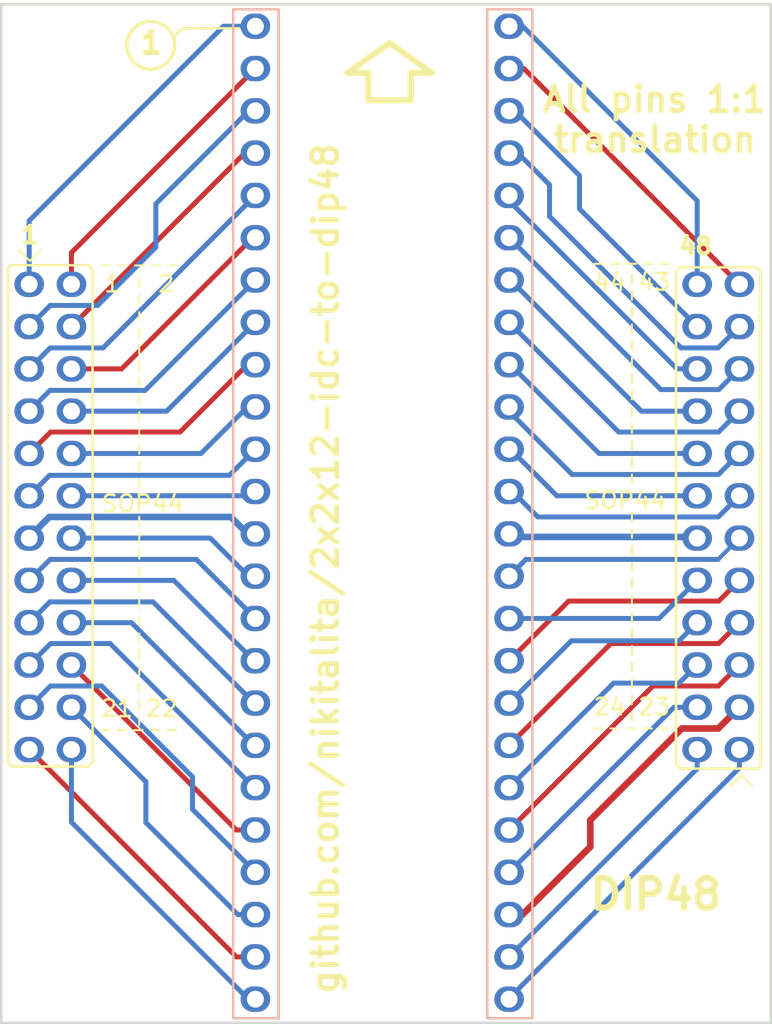
<source format=kicad_pcb>
(kicad_pcb (version 20211014) (generator pcbnew)
  (layers (0 "F.Cu" signal "Top Layer") (31 "B.Cu" signal "Bottom Layer") (34 "B.Paste" user "Bottom Paste") (35 "F.Paste" user "Top Paste") (36 "B.SilkS" user "Bottom Overlay") (37 "F.SilkS" user "Top Overlay") (38 "B.Mask" user "Bottom Solder") (39 "F.Mask" user "Top Solder") (44 "Edge.Cuts" user))
  (net 0 "")
  (net 1 "/TSOP_48")
  (net 2 "/TSOP_47")
  (net 3 "/TSOP_46")
  (net 4 "/TSOP_45")
  (net 5 "/TSOP_44")
  (net 6 "/TSOP_43")
  (net 7 "/TSOP_42")
  (net 8 "/TSOP_41")
  (net 9 "/TSOP_40")
  (net 10 "/TSOP_39")
  (net 11 "/TSOP_38")
  (net 12 "/TSOP_37")
  (net 13 "/TSOP_36")
  (net 14 "/TSOP_35")
  (net 15 "/TSOP_34")
  (net 16 "/TSOP_33")
  (net 17 "/TSOP_32")
  (net 18 "/TSOP_31")
  (net 19 "/TSOP_30")
  (net 20 "/TSOP_29")
  (net 21 "/TSOP_28")
  (net 22 "/TSOP_27")
  (net 23 "/TSOP_26")
  (net 24 "/TSOP_25")
  (net 25 "/TSOP_24")
  (net 26 "/TSOP_23")
  (net 27 "/TSOP_22")
  (net 28 "/TSOP_21")
  (net 29 "/TSOP_20")
  (net 30 "/TSOP_19")
  (net 31 "/TSOP_18")
  (net 32 "/TSOP_17")
  (net 33 "/TSOP_16")
  (net 34 "/TSOP_15")
  (net 35 "/TSOP_14")
  (net 36 "/TSOP_13")
  (net 37 "/TSOP_12")
  (net 38 "/TSOP_11")
  (net 39 "/TSOP_10")
  (net 40 "/TSOP_9")
  (net 41 "/TSOP_8")
  (net 42 "/TSOP_7")
  (net 43 "/TSOP_6")
  (net 44 "/TSOP_5")
  (net 45 "/TSOP_4")
  (net 46 "/TSOP_3")
  (net 47 "/TSOP_2")
  (net 48 "/TSOP_1")
  (footprint "lib:P2" (layer "F.Cu") (at 93.1291 92.8116)
    (fp_text reference "P2" hide)
    (fp_text value "Header 12X2" hide)
    (fp_line (start -3.81 -6.096) (end -3.683 -6.223) (layer "F.SilkS") (width 0.1524))
    (fp_line (start -3.683 -6.223) (end -2.794 -6.223) (layer "F.SilkS") (width 0.1524))
    (fp_line (start -3.81 23.622) (end -3.556 23.876) (layer "F.SilkS") (width 0.1524))
    (fp_line (start 1.016 23.876) (end 1.27 23.622) (layer "F.SilkS") (width 0.1524))
    (fp_line (start -2.794 -6.223) (end 1.016 -6.223) (layer "F.SilkS") (width 0.1524))
    (fp_line (start -3.556 23.876) (end 1.016 23.876) (layer "F.SilkS") (width 0.1524))
    (fp_line (start -3.81 23.622) (end -3.81 -5.207) (layer "F.SilkS") (width 0.1524))
    (fp_line (start -3.81 -5.207) (end -3.81 -6.096) (layer "F.SilkS") (width 0.1524))
    (fp_line (start 1.27 23.622) (end 1.27 -5.969) (layer "F.SilkS") (width 0.1524))
    (fp_line (start 1.016 -6.223) (end 1.27 -5.969) (layer "F.SilkS") (width 0.1524))
    (pad "1" thru_hole oval (at -2.54 -5.08) (size 1.778 1.524) (drill 1.016) (layers *.Cu *.Mask) (net 48 "/TSOP_1"))
    (pad "2" thru_hole oval (at 0 -5.08) (size 1.778 1.524) (drill 1.016) (layers *.Cu *.Mask) (net 47 "/TSOP_2"))
    (pad "3" thru_hole oval (at -2.54 -2.54) (size 1.778 1.524) (drill 1.016) (layers *.Cu *.Mask) (net 46 "/TSOP_3"))
    (pad "4" thru_hole oval (at 0 -2.54) (size 1.778 1.524) (drill 1.016) (layers *.Cu *.Mask) (net 45 "/TSOP_4"))
    (pad "5" thru_hole oval (at -2.54 0) (size 1.778 1.524) (drill 1.016) (layers *.Cu *.Mask) (net 44 "/TSOP_5"))
    (pad "6" thru_hole oval (at 0 0) (size 1.778 1.524) (drill 1.016) (layers *.Cu *.Mask) (net 43 "/TSOP_6"))
    (pad "7" thru_hole oval (at -2.54 2.54) (size 1.778 1.524) (drill 1.016) (layers *.Cu *.Mask) (net 42 "/TSOP_7"))
    (pad "8" thru_hole oval (at 0 2.54) (size 1.778 1.524) (drill 1.016) (layers *.Cu *.Mask) (net 41 "/TSOP_8"))
    (pad "9" thru_hole oval (at -2.54 5.08) (size 1.778 1.524) (drill 1.016) (layers *.Cu *.Mask) (net 40 "/TSOP_9"))
    (pad "10" thru_hole oval (at 0 5.08) (size 1.778 1.524) (drill 1.016) (layers *.Cu *.Mask) (net 39 "/TSOP_10"))
    (pad "11" thru_hole oval (at -2.54 7.62) (size 1.778 1.524) (drill 1.016) (layers *.Cu *.Mask) (net 38 "/TSOP_11"))
    (pad "12" thru_hole oval (at 0 7.62) (size 1.778 1.524) (drill 1.016) (layers *.Cu *.Mask) (net 37 "/TSOP_12"))
    (pad "13" thru_hole oval (at -2.54 10.16) (size 1.778 1.524) (drill 1.016) (layers *.Cu *.Mask) (net 36 "/TSOP_13"))
    (pad "14" thru_hole oval (at 0 10.16) (size 1.778 1.524) (drill 1.016) (layers *.Cu *.Mask) (net 35 "/TSOP_14"))
    (pad "15" thru_hole oval (at -2.54 12.7) (size 1.778 1.524) (drill 1.016) (layers *.Cu *.Mask) (net 34 "/TSOP_15"))
    (pad "16" thru_hole oval (at 0 12.7) (size 1.778 1.524) (drill 1.016) (layers *.Cu *.Mask) (net 33 "/TSOP_16"))
    (pad "17" thru_hole oval (at -2.54 15.24) (size 1.778 1.524) (drill 1.016) (layers *.Cu *.Mask) (net 32 "/TSOP_17"))
    (pad "18" thru_hole oval (at 0 15.24) (size 1.778 1.524) (drill 1.016) (layers *.Cu *.Mask) (net 31 "/TSOP_18"))
    (pad "19" thru_hole oval (at -2.54 17.78) (size 1.778 1.524) (drill 1.016) (layers *.Cu *.Mask) (net 30 "/TSOP_19"))
    (pad "20" thru_hole oval (at 0 17.78) (size 1.778 1.524) (drill 1.016) (layers *.Cu *.Mask) (net 29 "/TSOP_20"))
    (pad "21" thru_hole oval (at -2.54 20.32) (size 1.778 1.524) (drill 1.016) (layers *.Cu *.Mask) (net 28 "/TSOP_21"))
    (pad "22" thru_hole oval (at 0 20.32) (size 1.778 1.524) (drill 1.016) (layers *.Cu *.Mask) (net 27 "/TSOP_22"))
    (pad "23" thru_hole oval (at -2.54 22.86) (size 1.778 1.524) (drill 1.016) (layers *.Cu *.Mask) (net 26 "/TSOP_23"))
    (pad "24" thru_hole oval (at 0 22.86) (size 1.778 1.524) (drill 1.016) (layers *.Cu *.Mask) (net 25 "/TSOP_24"))
  )
  (footprint "lib:P3" (layer "F.Cu") (at 130.7211 110.5916 180)
    (fp_text reference "P3" hide)
    (fp_text value "Header 12X2" hide)
    (fp_line (start -3.81 -6.096) (end -3.81 -5.207) (layer "F.SilkS") (width 0.1524))
    (fp_line (start -3.556 23.876) (end -3.81 23.622) (layer "F.SilkS") (width 0.1524))
    (fp_line (start 1.016 -6.223) (end -2.794 -6.223) (layer "F.SilkS") (width 0.1524))
    (fp_line (start -3.81 -5.207) (end -3.81 23.622) (layer "F.SilkS") (width 0.1524))
    (fp_line (start -2.794 -6.223) (end -3.683 -6.223) (layer "F.SilkS") (width 0.1524))
    (fp_line (start 1.27 -5.969) (end 1.016 -6.223) (layer "F.SilkS") (width 0.1524))
    (fp_line (start 1.27 23.622) (end 1.016 23.876) (layer "F.SilkS") (width 0.1524))
    (fp_line (start 1.016 23.876) (end -3.556 23.876) (layer "F.SilkS") (width 0.1524))
    (fp_line (start 1.27 -5.969) (end 1.27 23.622) (layer "F.SilkS") (width 0.1524))
    (fp_line (start -3.683 -6.223) (end -3.81 -6.096) (layer "F.SilkS") (width 0.1524))
    (pad "1" thru_hole oval (at -2.54 -5.08 180) (size 1.778 1.524) (drill 1.016) (layers *.Cu *.Mask) (net 24 "/TSOP_25"))
    (pad "2" thru_hole oval (at 0 -5.08 180) (size 1.778 1.524) (drill 1.016) (layers *.Cu *.Mask) (net 23 "/TSOP_26"))
    (pad "3" thru_hole oval (at -2.54 -2.54 180) (size 1.778 1.524) (drill 1.016) (layers *.Cu *.Mask) (net 22 "/TSOP_27"))
    (pad "4" thru_hole oval (at 0 -2.54 180) (size 1.778 1.524) (drill 1.016) (layers *.Cu *.Mask) (net 21 "/TSOP_28"))
    (pad "5" thru_hole oval (at -2.54 0 180) (size 1.778 1.524) (drill 1.016) (layers *.Cu *.Mask) (net 20 "/TSOP_29"))
    (pad "6" thru_hole oval (at 0 0 180) (size 1.778 1.524) (drill 1.016) (layers *.Cu *.Mask) (net 19 "/TSOP_30"))
    (pad "7" thru_hole oval (at -2.54 2.54 180) (size 1.778 1.524) (drill 1.016) (layers *.Cu *.Mask) (net 18 "/TSOP_31"))
    (pad "8" thru_hole oval (at 0 2.54 180) (size 1.778 1.524) (drill 1.016) (layers *.Cu *.Mask) (net 17 "/TSOP_32"))
    (pad "9" thru_hole oval (at -2.54 5.08 180) (size 1.778 1.524) (drill 1.016) (layers *.Cu *.Mask) (net 16 "/TSOP_33"))
    (pad "10" thru_hole oval (at 0 5.08 180) (size 1.778 1.524) (drill 1.016) (layers *.Cu *.Mask) (net 15 "/TSOP_34"))
    (pad "11" thru_hole oval (at -2.54 7.62 180) (size 1.778 1.524) (drill 1.016) (layers *.Cu *.Mask) (net 14 "/TSOP_35"))
    (pad "12" thru_hole oval (at 0 7.62 180) (size 1.778 1.524) (drill 1.016) (layers *.Cu *.Mask) (net 13 "/TSOP_36"))
    (pad "13" thru_hole oval (at -2.54 10.16 180) (size 1.778 1.524) (drill 1.016) (layers *.Cu *.Mask) (net 12 "/TSOP_37"))
    (pad "14" thru_hole oval (at 0 10.16 180) (size 1.778 1.524) (drill 1.016) (layers *.Cu *.Mask) (net 11 "/TSOP_38"))
    (pad "15" thru_hole oval (at -2.54 12.7 180) (size 1.778 1.524) (drill 1.016) (layers *.Cu *.Mask) (net 10 "/TSOP_39"))
    (pad "16" thru_hole oval (at 0 12.7 180) (size 1.778 1.524) (drill 1.016) (layers *.Cu *.Mask) (net 9 "/TSOP_40"))
    (pad "17" thru_hole oval (at -2.54 15.24 180) (size 1.778 1.524) (drill 1.016) (layers *.Cu *.Mask) (net 8 "/TSOP_41"))
    (pad "18" thru_hole oval (at 0 15.24 180) (size 1.778 1.524) (drill 1.016) (layers *.Cu *.Mask) (net 7 "/TSOP_42"))
    (pad "19" thru_hole oval (at -2.54 17.78 180) (size 1.778 1.524) (drill 1.016) (layers *.Cu *.Mask) (net 6 "/TSOP_43"))
    (pad "20" thru_hole oval (at 0 17.78 180) (size 1.778 1.524) (drill 1.016) (layers *.Cu *.Mask) (net 5 "/TSOP_44"))
    (pad "21" thru_hole oval (at -2.54 20.32 180) (size 1.778 1.524) (drill 1.016) (layers *.Cu *.Mask) (net 4 "/TSOP_45"))
    (pad "22" thru_hole oval (at 0 20.32 180) (size 1.778 1.524) (drill 1.016) (layers *.Cu *.Mask) (net 3 "/TSOP_46"))
    (pad "23" thru_hole oval (at -2.54 22.86 180) (size 1.778 1.524) (drill 1.016) (layers *.Cu *.Mask) (net 2 "/TSOP_47"))
    (pad "24" thru_hole oval (at 0 22.86 180) (size 1.778 1.524) (drill 1.016) (layers *.Cu *.Mask) (net 1 "/TSOP_48"))
  )
  (footprint "lib:P1" (layer "B.Cu") (at 111.588 70.9127 180)
    (fp_text reference "P1" hide)
    (fp_text value "ZIF48" hide)
    (fp_poly (pts (xy -6.52 -0.31) (xy -9.23 -0.31) (xy -9.23 -60.889) (xy -6.52 -60.889)) (layer "B.SilkS") (width 0.1524) (fill none))
    (fp_poly (pts (xy 8.74 -60.889) (xy 6.01 -60.889) (xy 6.01 -0.31) (xy 8.74 -0.31)) (layer "B.SilkS") (width 0.1524) (fill none))
    (pad "1" thru_hole oval (at 7.407 -1.326 180) (size 1.778 1.524) (drill 1.016) (layers *.Cu *.Mask) (net 48 "/TSOP_1"))
    (pad "2" thru_hole oval (at 7.407 -3.866 180) (size 1.778 1.524) (drill 1.016) (layers *.Cu *.Mask) (net 47 "/TSOP_2"))
    (pad "3" thru_hole oval (at 7.407 -6.406 180) (size 1.778 1.524) (drill 1.016) (layers *.Cu *.Mask) (net 46 "/TSOP_3"))
    (pad "4" thru_hole oval (at 7.407 -8.946 180) (size 1.778 1.524) (drill 1.016) (layers *.Cu *.Mask) (net 45 "/TSOP_4"))
    (pad "5" thru_hole oval (at 7.407 -11.486 180) (size 1.778 1.524) (drill 1.016) (layers *.Cu *.Mask) (net 44 "/TSOP_5"))
    (pad "6" thru_hole oval (at 7.407 -14.026 180) (size 1.778 1.524) (drill 1.016) (layers *.Cu *.Mask) (net 43 "/TSOP_6"))
    (pad "7" thru_hole oval (at 7.407 -16.566 180) (size 1.778 1.524) (drill 1.016) (layers *.Cu *.Mask) (net 42 "/TSOP_7"))
    (pad "8" thru_hole oval (at 7.407 -19.106 180) (size 1.778 1.524) (drill 1.016) (layers *.Cu *.Mask) (net 41 "/TSOP_8"))
    (pad "9" thru_hole oval (at 7.407 -21.646 180) (size 1.778 1.524) (drill 1.016) (layers *.Cu *.Mask) (net 40 "/TSOP_9"))
    (pad "10" thru_hole oval (at 7.407 -24.186 180) (size 1.778 1.524) (drill 1.016) (layers *.Cu *.Mask) (net 39 "/TSOP_10"))
    (pad "11" thru_hole oval (at 7.407 -26.726 180) (size 1.778 1.524) (drill 1.016) (layers *.Cu *.Mask) (net 38 "/TSOP_11"))
    (pad "12" thru_hole oval (at 7.407 -29.266 180) (size 1.778 1.524) (drill 1.016) (layers *.Cu *.Mask) (net 37 "/TSOP_12"))
    (pad "13" thru_hole oval (at 7.407 -31.806 180) (size 1.778 1.524) (drill 1.016) (layers *.Cu *.Mask) (net 36 "/TSOP_13"))
    (pad "14" thru_hole oval (at 7.407 -34.346 180) (size 1.778 1.524) (drill 1.016) (layers *.Cu *.Mask) (net 35 "/TSOP_14"))
    (pad "15" thru_hole oval (at 7.407 -36.886 180) (size 1.778 1.524) (drill 1.016) (layers *.Cu *.Mask) (net 34 "/TSOP_15"))
    (pad "16" thru_hole oval (at 7.407 -39.426 180) (size 1.778 1.524) (drill 1.016) (layers *.Cu *.Mask) (net 33 "/TSOP_16"))
    (pad "17" thru_hole oval (at 7.407 -41.966 180) (size 1.778 1.524) (drill 1.016) (layers *.Cu *.Mask) (net 32 "/TSOP_17"))
    (pad "18" thru_hole oval (at 7.407 -44.506 180) (size 1.778 1.524) (drill 1.016) (layers *.Cu *.Mask) (net 31 "/TSOP_18"))
    (pad "19" thru_hole oval (at 7.407 -47.046 180) (size 1.778 1.524) (drill 1.016) (layers *.Cu *.Mask) (net 30 "/TSOP_19"))
    (pad "20" thru_hole oval (at 7.407 -49.586 180) (size 1.778 1.524) (drill 1.016) (layers *.Cu *.Mask) (net 29 "/TSOP_20"))
    (pad "21" thru_hole oval (at 7.407 -52.126) (size 1.778 1.524) (drill 1.016) (layers *.Cu *.Mask) (net 28 "/TSOP_21"))
    (pad "22" thru_hole oval (at 7.407 -54.666) (size 1.778 1.524) (drill 1.016) (layers *.Cu *.Mask) (net 27 "/TSOP_22"))
    (pad "23" thru_hole oval (at 7.407 -57.206) (size 1.778 1.524) (drill 1.016) (layers *.Cu *.Mask) (net 26 "/TSOP_23"))
    (pad "24" thru_hole oval (at 7.407 -59.746) (size 1.778 1.524) (drill 1.016) (layers *.Cu *.Mask) (net 25 "/TSOP_24"))
    (pad "25" thru_hole oval (at -7.833 -59.746 180) (size 1.778 1.524) (drill 1.016) (layers *.Cu *.Mask) (net 24 "/TSOP_25"))
    (pad "26" thru_hole oval (at -7.833 -57.206 180) (size 1.778 1.524) (drill 1.016) (layers *.Cu *.Mask) (net 23 "/TSOP_26"))
    (pad "27" thru_hole oval (at -7.833 -54.666 180) (size 1.778 1.524) (drill 1.016) (layers *.Cu *.Mask) (net 22 "/TSOP_27"))
    (pad "28" thru_hole oval (at -7.833 -52.126 180) (size 1.778 1.524) (drill 1.016) (layers *.Cu *.Mask) (net 21 "/TSOP_28"))
    (pad "29" thru_hole oval (at -7.833 -49.586 180) (size 1.778 1.524) (drill 1.016) (layers *.Cu *.Mask) (net 20 "/TSOP_29"))
    (pad "30" thru_hole oval (at -7.833 -47.046 180) (size 1.778 1.524) (drill 1.016) (layers *.Cu *.Mask) (net 19 "/TSOP_30"))
    (pad "31" thru_hole oval (at -7.833 -44.506 180) (size 1.778 1.524) (drill 1.016) (layers *.Cu *.Mask) (net 18 "/TSOP_31"))
    (pad "32" thru_hole oval (at -7.833 -41.966 180) (size 1.778 1.524) (drill 1.016) (layers *.Cu *.Mask) (net 17 "/TSOP_32"))
    (pad "33" thru_hole oval (at -7.833 -39.426 180) (size 1.778 1.524) (drill 1.016) (layers *.Cu *.Mask) (net 16 "/TSOP_33"))
    (pad "34" thru_hole oval (at -7.833 -36.886 180) (size 1.778 1.524) (drill 1.016) (layers *.Cu *.Mask) (net 15 "/TSOP_34"))
    (pad "35" thru_hole oval (at -7.833 -34.346 180) (size 1.778 1.524) (drill 1.016) (layers *.Cu *.Mask) (net 14 "/TSOP_35"))
    (pad "36" thru_hole oval (at -7.833 -31.806 180) (size 1.778 1.524) (drill 1.016) (layers *.Cu *.Mask) (net 13 "/TSOP_36"))
    (pad "37" thru_hole oval (at -7.833 -29.266 180) (size 1.778 1.524) (drill 1.016) (layers *.Cu *.Mask) (net 12 "/TSOP_37"))
    (pad "38" thru_hole oval (at -7.833 -26.726 180) (size 1.778 1.524) (drill 1.016) (layers *.Cu *.Mask) (net 11 "/TSOP_38"))
    (pad "39" thru_hole oval (at -7.833 -24.186 180) (size 1.778 1.524) (drill 1.016) (layers *.Cu *.Mask) (net 10 "/TSOP_39"))
    (pad "40" thru_hole oval (at -7.833 -21.646 180) (size 1.778 1.524) (drill 1.016) (layers *.Cu *.Mask) (net 9 "/TSOP_40"))
    (pad "41" thru_hole oval (at -7.833 -19.106 180) (size 1.778 1.524) (drill 1.016) (layers *.Cu *.Mask) (net 8 "/TSOP_41"))
    (pad "42" thru_hole oval (at -7.833 -16.566 180) (size 1.778 1.524) (drill 1.016) (layers *.Cu *.Mask) (net 7 "/TSOP_42"))
    (pad "43" thru_hole oval (at -7.833 -14.026 180) (size 1.778 1.524) (drill 1.016) (layers *.Cu *.Mask) (net 6 "/TSOP_43"))
    (pad "44" thru_hole oval (at -7.833 -11.486 180) (size 1.778 1.524) (drill 1.016) (layers *.Cu *.Mask) (net 5 "/TSOP_44"))
    (pad "45" thru_hole oval (at -7.833 -8.946 180) (size 1.778 1.524) (drill 1.016) (layers *.Cu *.Mask) (net 4 "/TSOP_45"))
    (pad "46" thru_hole oval (at -7.833 -6.406 180) (size 1.778 1.524) (drill 1.016) (layers *.Cu *.Mask) (net 3 "/TSOP_46"))
    (pad "47" thru_hole oval (at -7.833 -3.866 180) (size 1.778 1.524) (drill 1.016) (layers *.Cu *.Mask) (net 2 "/TSOP_47"))
    (pad "48" thru_hole oval (at -7.833 -1.326 180) (size 1.778 1.524) (drill 1.016) (layers *.Cu *.Mask) (net 1 "/TSOP_48"))
  )
  (gr_line (start 125.5011 114.4036) (end 126.0011 114.4036) (layer "F.SilkS") (width 0.12))
  (gr_line (start 97.9011 114.5036) (end 98.4011 114.5036) (layer "F.SilkS") (width 0.12))
  (gr_line (start 94.9011 114.5036) (end 95.4011 114.5036) (layer "F.SilkS") (width 0.12))
  (gr_line (start 97.2011 89.9036) (end 97.2011 89.4036) (layer "F.SilkS") (width 0.12))
  (gr_line (start 126.8011 104.9536) (end 126.8011 104.4536) (layer "F.SilkS") (width 0.12))
  (gr_line (start 96.9511 86.6036) (end 97.4511 86.6036) (layer "F.SilkS") (width 0.12))
  (gr_line (start 97.2011 98.9036) (end 97.2011 98.4036) (layer "F.SilkS") (width 0.12))
  (gr_line (start 97.2011 114.2036) (end 97.2011 113.7036) (layer "F.SilkS") (width 0.12))
  (gr_line (start 113.510009 76.6826) (end 113.510009 75.0316) (layer "F.SilkS") (width 0.1524))
  (gr_line (start 113.510009 76.6826) (end 113.510009 75.0316) (layer "F.SilkS") (width 0.381))
  (gr_line (start 109.700009 75.0316) (end 110.970009 75.0316) (layer "F.SilkS") (width 0.1524))
  (gr_line (start 100.683009 72.3646) (end 103.2011 72.3646) (layer "F.SilkS") (width 0.1524))
  (gr_line (start 109.700009 75.0316) (end 112.240009 73.2536) (layer "F.SilkS") (width 0.1524))
  (gr_line (start 132.7011 117.8836) (end 133.3711 117.2136) (layer "F.SilkS") (width 0.12))
  (gr_line (start 97.2011 91.9036) (end 97.2011 91.4036) (layer "F.SilkS") (width 0.12))
  (gr_line (start 97.2011 111.2036) (end 97.2011 110.7036) (layer "F.SilkS") (width 0.12))
  (gr_line (start 97.2011 109.2036) (end 97.2011 108.7036) (layer "F.SilkS") (width 0.12))
  (gr_line (start 97.2011 93.9036) (end 97.2011 93.4036) (layer "F.SilkS") (width 0.12))
  (gr_line (start 97.2011 102.2036) (end 97.2011 101.7036) (layer "F.SilkS") (width 0.12))
  (gr_line (start 134.0411 117.8836) (end 133.3711 117.2136) (layer "F.SilkS") (width 0.12))
  (gr_line (start 109.700009 75.0316) (end 112.240009 73.2536) (layer "F.SilkS") (width 0.381))
  (gr_line (start 97.2011 87.9036) (end 97.2011 87.4036) (layer "F.SilkS") (width 0.12))
  (gr_line (start 97.9511 86.6036) (end 98.4511 86.6036) (layer "F.SilkS") (width 0.12))
  (gr_line (start 97.2011 94.9036) (end 97.2011 94.4036) (layer "F.SilkS") (width 0.12))
  (gr_line (start 126.8011 87.6536) (end 126.8011 87.1536) (layer "F.SilkS") (width 0.12))
  (gr_line (start 126.8011 93.6536) (end 126.8011 93.1536) (layer "F.SilkS") (width 0.12))
  (gr_line (start 97.2011 99.9036) (end 97.2011 99.4036) (layer "F.SilkS") (width 0.12))
  (gr_line (start 126.8011 111.9536) (end 126.8011 111.4536) (layer "F.SilkS") (width 0.12))
  (gr_line (start 113.510009 75.0316) (end 114.780009 75.0316) (layer "F.SilkS") (width 0.1524))
  (gr_line (start 127.5011 114.4036) (end 128.0011 114.4036) (layer "F.SilkS") (width 0.12))
  (gr_line (start 126.8011 105.9536) (end 126.8011 105.4536) (layer "F.SilkS") (width 0.12))
  (gr_line (start 113.383009 76.6826) (end 113.510009 76.6826) (layer "F.SilkS") (width 0.1524))
  (gr_line (start 98.9011 114.5036) (end 99.4011 114.5036) (layer "F.SilkS") (width 0.12))
  (gr_line (start 126.5011 114.4036) (end 127.0011 114.4036) (layer "F.SilkS") (width 0.12))
  (gr_line (start 110.970009 76.6826) (end 110.970009 75.0316) (layer "F.SilkS") (width 0.1524))
  (gr_line (start 126.8011 98.6536) (end 126.8011 98.1536) (layer "F.SilkS") (width 0.12))
  (gr_line (start 99.794009 72.3646) (end 100.683009 72.3646) (layer "F.SilkS") (width 0.1524))
  (gr_line (start 126.8011 90.6536) (end 126.8011 90.1536) (layer "F.SilkS") (width 0.12))
  (gr_line (start 97.2011 97.9036) (end 97.2011 97.4036) (layer "F.SilkS") (width 0.12))
  (gr_line (start 126.8011 92.6536) (end 126.8011 92.1536) (layer "F.SilkS") (width 0.12))
  (gr_line (start 89.9611 85.6636) (end 90.6311 86.3336) (layer "F.SilkS") (width 0.12))
  (gr_line (start 97.2011 107.2036) (end 97.2011 106.7036) (layer "F.SilkS") (width 0.12))
  (gr_line (start 112.240009 73.2536) (end 114.780009 75.0316) (layer "F.SilkS") (width 0.381))
  (gr_line (start 94.9511 86.6036) (end 95.4511 86.6036) (layer "F.SilkS") (width 0.12))
  (gr_line (start 113.510009 75.0316) (end 114.780009 75.0316) (layer "F.SilkS") (width 0.381))
  (gr_line (start 126.8011 109.9536) (end 126.8011 109.4536) (layer "F.SilkS") (width 0.12))
  (gr_line (start 126.8011 110.9536) (end 126.8011 110.4536) (layer "F.SilkS") (width 0.12))
  (gr_line (start 99.325887 72.832773) (end 99.794009 72.3646) (layer "F.SilkS") (width 0.1524))
  (gr_circle (center 97.889024 73.3806) (end 97.889024 71.943747) (layer "F.SilkS") (width 0.2032) (fill none))
  (gr_line (start 97.2011 104.2036) (end 97.2011 103.7036) (layer "F.SilkS") (width 0.12))
  (gr_line (start 126.8011 106.9536) (end 126.8011 106.4536) (layer "F.SilkS") (width 0.12))
  (gr_line (start 126.8011 91.6536) (end 126.8011 91.1536) (layer "F.SilkS") (width 0.12))
  (gr_line (start 110.970009 76.6826) (end 110.970009 75.0316) (layer "F.SilkS") (width 0.381))
  (gr_line (start 97.2011 96.9036) (end 97.2011 96.4036) (layer "F.SilkS") (width 0.12))
  (gr_line (start 124.5511 86.5036) (end 125.0511 86.5036) (layer "F.SilkS") (width 0.12))
  (gr_line (start 97.2011 95.9036) (end 97.2011 95.4036) (layer "F.SilkS") (width 0.12))
  (gr_line (start 97.2011 110.2036) (end 97.2011 109.7036) (layer "F.SilkS") (width 0.12))
  (gr_line (start 126.5511 86.5036) (end 127.0511 86.5036) (layer "F.SilkS") (width 0.12))
  (gr_line (start 126.8011 113.9536) (end 126.8011 113.4536) (layer "F.SilkS") (width 0.12))
  (gr_line (start 128.5511 86.5036) (end 129.0511 86.5036) (layer "F.SilkS") (width 0.12))
  (gr_line (start 127.5511 86.5036) (end 128.0511 86.5036) (layer "F.SilkS") (width 0.12))
  (gr_line (start 126.8011 101.9536) (end 126.8011 101.4536) (layer "F.SilkS") (width 0.12))
  (gr_line (start 126.8011 99.6536) (end 126.8011 99.1536) (layer "F.SilkS") (width 0.12))
  (gr_line (start 97.2011 106.2036) (end 97.2011 105.7036) (layer "F.SilkS") (width 0.12))
  (gr_line (start 95.9511 86.6036) (end 96.4511 86.6036) (layer "F.SilkS") (width 0.12))
  (gr_line (start 95.9011 114.5036) (end 96.4011 114.5036) (layer "F.SilkS") (width 0.12))
  (gr_line (start 126.8011 107.9536) (end 126.8011 107.4536) (layer "F.SilkS") (width 0.12))
  (gr_line (start 110.970009 76.6826) (end 113.510009 76.6826) (layer "F.SilkS") (width 0.381))
  (gr_line (start 97.2011 92.9036) (end 97.2011 92.4036) (layer "F.SilkS") (width 0.12))
  (gr_line (start 97.2011 108.2036) (end 97.2011 107.7036) (layer "F.SilkS") (width 0.12))
  (gr_line (start 126.8011 88.6536) (end 126.8011 88.1536) (layer "F.SilkS") (width 0.12))
  (gr_line (start 97.2011 105.2036) (end 97.2011 104.7036) (layer "F.SilkS") (width 0.12))
  (gr_line (start 126.8011 96.6536) (end 126.8011 96.1536) (layer "F.SilkS") (width 0.12))
  (gr_line (start 97.2011 113.2036) (end 97.2011 112.7036) (layer "F.SilkS") (width 0.12))
  (gr_line (start 112.240009 73.2536) (end 114.780009 75.0316) (layer "F.SilkS") (width 0.1524))
  (gr_line (start 99.325887 73.3806) (end 99.325887 72.832773) (layer "F.SilkS") (width 0.1524))
  (gr_line (start 97.2011 90.9036) (end 97.2011 90.4036) (layer "F.SilkS") (width 0.12))
  (gr_line (start 110.970009 76.6826) (end 113.383009 76.6826) (layer "F.SilkS") (width 0.1524))
  (gr_line (start 125.5511 86.5036) (end 126.0511 86.5036) (layer "F.SilkS") (width 0.12))
  (gr_line (start 126.8011 112.9536) (end 126.8011 112.4536) (layer "F.SilkS") (width 0.12))
  (gr_line (start 98.9511 86.6036) (end 99.4511 86.6036) (layer "F.SilkS") (width 0.12))
  (gr_line (start 97.2011 112.2036) (end 97.2011 111.7036) (layer "F.SilkS") (width 0.12))
  (gr_line (start 97.2011 103.2036) (end 97.2011 102.7036) (layer "F.SilkS") (width 0.12))
  (gr_line (start 124.5011 114.4036) (end 125.0011 114.4036) (layer "F.SilkS") (width 0.12))
  (gr_line (start 96.9011 114.5036) (end 97.4011 114.5036) (layer "F.SilkS") (width 0.12))
  (gr_line (start 126.8011 108.9536) (end 126.8011 108.4536) (layer "F.SilkS") (width 0.12))
  (gr_line (start 126.8011 102.9536) (end 126.8011 102.4536) (layer "F.SilkS") (width 0.12))
  (gr_line (start 126.8011 97.6536) (end 126.8011 97.1536) (layer "F.SilkS") (width 0.12))
  (gr_line (start 91.3011 85.6636) (end 90.6311 86.3336) (layer "F.SilkS") (width 0.12))
  (gr_line (start 128.5011 114.4036) (end 129.0011 114.4036) (layer "F.SilkS") (width 0.12))
  (gr_line (start 109.700009 75.0316) (end 110.970009 75.0316) (layer "F.SilkS") (width 0.381))
  (gr_line (start 126.8011 94.6536) (end 126.8011 94.1536) (layer "F.SilkS") (width 0.12))
  (gr_line (start 97.2011 88.9036) (end 97.2011 88.4036) (layer "F.SilkS") (width 0.12))
  (gr_line (start 126.8011 95.6536) (end 126.8011 95.1536) (layer "F.SilkS") (width 0.12))
  (gr_line (start 126.8011 103.9536) (end 126.8011 103.4536) (layer "F.SilkS") (width 0.12))
  (gr_line (start 126.8011 89.6536) (end 126.8011 89.1536) (layer "F.SilkS") (width 0.12))
  (gr_poly (pts (xy 88.9127 132.077709) (xy 88.9127 70.920909) (xy 135.1407 70.920909) (xy 135.1407 132.077709)) (layer "Edge.Cuts") (width 0.1524) (fill none))
  (gr_text "1" (at 97.1011 73.9836) (layer "F.SilkS") (effects (font (size 1.27 1.27) (thickness 0.381)) (justify left bottom)))
  (gr_text "21 22" (at 97.2011 113.2036) (layer "F.SilkS") (effects (font (size 1 1))))
  (gr_text "github.com/nikitalita/2x2x12-idc-to-dip48" (at 108.3811 104.7936 90) (layer "F.SilkS") (effects (font (size 1.5 1.5) (thickness 0.3))))
  (gr_text "48" (at 130.6311 85.4336) (layer "F.SilkS") (effects (font (size 1 1) (thickness 0.25))))
  (gr_text "24 23" (at 126.8011 113.1036) (layer "F.SilkS") (effects (font (size 1 1))))
  (gr_text "1   2" (at 97.2011 87.7036) (layer "F.SilkS") (effects (font (size 1 1))))
  (gr_text "44 43" (at 126.8011 87.6036) (layer "F.SilkS") (effects (font (size 1 1))))
  (gr_text "DIP48" (at 124.1011 125.4036) (layer "F.SilkS") (effects (font (size 1.778 1.778) (thickness 0.381)) (justify left bottom)))
  (gr_text "SOP44" (at 126.4011 100.7036) (layer "F.SilkS") (effects (font (size 1 1))))
  (gr_text "All pins 1:1\ntranslation" (at 128.1711 77.8336) (layer "F.SilkS") (effects (font (size 1.5 1.5) (thickness 0.3))))
  (gr_text "SOP44" (at 97.4011 100.9036) (layer "F.SilkS") (effects (font (size 1 1))))
  (gr_text "1" (at 90.6311 84.7736) (layer "F.SilkS") (effects (font (size 1 1) (thickness 0.25))))
  (segment (start 130.7211 87.7316) (end 130.7211 82.7236) (width 0.3) (layer "B.Cu") (net 1))
  (segment (start 130.7211 82.7236) (end 120.2362 72.2387) (width 0.3) (layer "B.Cu") (net 1))
  (segment (start 120.2362 72.2387) (end 119.421 72.2387) (width 0.3) (layer "B.Cu") (net 1))
  (segment (start 133.2611 87.7316) (end 120.3082 74.7787) (width 0.3) (layer "F.Cu") (net 2))
  (segment (start 120.3082 74.7787) (end 119.421 74.7787) (width 0.3) (layer "F.Cu") (net 2))
  (segment (start 123.6511 81.2036) (end 119.7662 77.3187) (width 0.3) (layer "B.Cu") (net 3))
  (segment (start 123.6511 83.2016) (end 123.6511 81.2036) (width 0.3) (layer "B.Cu") (net 3))
  (segment (start 119.7662 77.3187) (end 119.421 77.3187) (width 0.3) (layer "B.Cu") (net 3))
  (segment (start 130.7211 90.2716) (end 123.6511 83.2016) (width 0.3) (layer "B.Cu") (net 3))
  (segment (start 119.9562 79.8587) (end 119.421 79.8587) (width 0.3) (layer "B.Cu") (net 4))
  (segment (start 121.8511 81.7536) (end 119.9562 79.8587) (width 0.3) (layer "B.Cu") (net 4))
  (segment (start 129.7511 91.5536) (end 121.8511 83.6536) (width 0.3) (layer "B.Cu") (net 4))
  (segment (start 131.9791 91.5536) (end 129.7511 91.5536) (width 0.3) (layer "B.Cu") (net 4))
  (segment (start 133.2611 90.2716) (end 131.9791 91.5536) (width 0.3) (layer "B.Cu") (net 4))
  (segment (start 121.8511 83.6536) (end 121.8511 81.7536) (width 0.3) (layer "B.Cu") (net 4))
  (segment (start 119.421 82.7258) (end 119.421 82.3987) (width 0.3) (layer "B.Cu") (net 5))
  (segment (start 129.5068 92.8116) (end 119.421 82.7258) (width 0.3) (layer "B.Cu") (net 5))
  (segment (start 130.7211 92.8116) (end 129.5068 92.8116) (width 0.3) (layer "B.Cu") (net 5))
  (segment (start 128.5359 94.0536) (end 119.421 84.9387) (width 0.3) (layer "B.Cu") (net 6))
  (segment (start 132.0191 94.0536) (end 128.5359 94.0536) (width 0.3) (layer "B.Cu") (net 6))
  (segment (start 133.2611 92.8116) (end 132.0191 94.0536) (width 0.3) (layer "B.Cu") (net 6))
  (segment (start 127.3707 95.3516) (end 119.4978 87.4787) (width 0.3) (layer "B.Cu") (net 7))
  (segment (start 130.7211 95.3516) (end 127.3707 95.3516) (width 0.3) (layer "B.Cu") (net 7))
  (segment (start 119.4978 87.4787) (end 119.421 87.4787) (width 0.3) (layer "B.Cu") (net 7))
  (segment (start 133.2611 95.3516) (end 132.0091 96.6036) (width 0.3) (layer "B.Cu") (net 8))
  (segment (start 126.0059 96.6036) (end 119.421 90.0187) (width 0.3) (layer "B.Cu") (net 8))
  (segment (start 132.0091 96.6036) (end 126.0059 96.6036) (width 0.3) (layer "B.Cu") (net 8))
  (segment (start 119.4978 92.5587) (end 119.421 92.5587) (width 0.3) (layer "B.Cu") (net 9))
  (segment (start 124.8307 97.8916) (end 119.4978 92.5587) (width 0.3) (layer "B.Cu") (net 9))
  (segment (start 130.7211 97.8916) (end 124.8307 97.8916) (width 0.3) (layer "B.Cu") (net 9))
  (segment (start 123.2124 99.1536) (end 119.421 95.3622) (width 0.3) (layer "B.Cu") (net 10))
  (segment (start 133.2611 97.8916) (end 131.9991 99.1536) (width 0.3) (layer "B.Cu") (net 10))
  (segment (start 119.421 95.3622) (end 119.421 95.0987) (width 0.3) (layer "B.Cu") (net 10))
  (segment (start 131.9991 99.1536) (end 123.2124 99.1536) (width 0.3) (layer "B.Cu") (net 10))
  (segment (start 122.2907 100.4316) (end 119.4978 97.6387) (width 0.3) (layer "B.Cu") (net 11))
  (segment (start 130.7211 100.4316) (end 122.2907 100.4316) (width 0.3) (layer "B.Cu") (net 11))
  (segment (start 119.4978 97.6387) (end 119.421 97.6387) (width 0.3) (layer "B.Cu") (net 11))
  (segment (start 131.9891 101.7036) (end 121.1511 101.7036) (width 0.3) (layer "B.Cu") (net 12))
  (segment (start 119.6262 100.1787) (end 119.421 100.1787) (width 0.3) (layer "B.Cu") (net 12))
  (segment (start 121.1511 101.7036) (end 119.6262 100.1787) (width 0.3) (layer "B.Cu") (net 12))
  (segment (start 133.2611 100.4316) (end 131.9891 101.7036) (width 0.3) (layer "B.Cu") (net 12))
  (segment (start 119.6059 102.9036) (end 119.421 102.7187) (width 0.4) (layer "B.Cu") (net 13))
  (segment (start 130.7211 102.9716) (end 130.4682 102.7187) (width 0.25) (layer "B.Cu") (net 13))
  (segment (start 130.2833 102.9036) (end 119.6059 102.9036) (width 0.4) (layer "B.Cu") (net 13))
  (segment (start 130.4682 102.7187) (end 130.2833 102.9036) (width 0.4) (layer "B.Cu") (net 13))
  (segment (start 120.4261 104.2536) (end 119.421 105.2587) (width 0.3) (layer "B.Cu") (net 14))
  (segment (start 131.9791 104.2536) (end 120.4261 104.2536) (width 0.3) (layer "B.Cu") (net 14))
  (segment (start 133.2611 102.9716) (end 131.9791 104.2536) (width 0.25) (layer "B.Cu") (net 14))
  (segment (start 130.7211 105.5116) (end 128.434 107.7987) (width 0.3) (layer "B.Cu") (net 15))
  (segment (start 128.434 107.7987) (end 119.421 107.7987) (width 0.3) (layer "B.Cu") (net 15))
  (segment (start 123.0061 106.7536) (end 119.421 110.3387) (width 0.3) (layer "F.Cu") (net 16))
  (segment (start 133.2611 105.5116) (end 132.0191 106.7536) (width 0.3) (layer "F.Cu") (net 16))
  (segment (start 132.0191 106.7536) (end 123.0061 106.7536) (width 0.3) (layer "F.Cu") (net 16))
  (segment (start 123.1608 109.1389) (end 119.421 112.8787) (width 0.3) (layer "B.Cu") (net 17))
  (segment (start 129.6338 109.1389) (end 123.1608 109.1389) (width 0.3) (layer "B.Cu") (net 17))
  (segment (start 130.7211 108.0516) (end 129.6338 109.1389) (width 0.3) (layer "B.Cu") (net 17))
  (segment (start 125.5361 109.3036) (end 119.421 115.4187) (width 0.3) (layer "F.Cu") (net 18))
  (segment (start 133.2611 108.0516) (end 132.0091 109.3036) (width 0.3) (layer "F.Cu") (net 18))
  (segment (start 132.0091 109.3036) (end 125.5361 109.3036) (width 0.3) (layer "F.Cu") (net 18))
  (segment (start 130.7211 110.5916) (end 129.6338 111.6789) (width 0.3) (layer "B.Cu") (net 19))
  (segment (start 125.7008 111.6789) (end 119.421 117.9587) (width 0.3) (layer "B.Cu") (net 19))
  (segment (start 129.6338 111.6789) (end 125.7008 111.6789) (width 0.3) (layer "B.Cu") (net 19))
  (segment (start 131.9991 111.8536) (end 128.0661 111.8536) (width 0.3) (layer "F.Cu") (net 20))
  (segment (start 128.0661 111.8536) (end 119.421 120.4987) (width 0.3) (layer "F.Cu") (net 20))
  (segment (start 133.2611 110.5916) (end 131.9991 111.8536) (width 0.3) (layer "F.Cu") (net 20))
  (segment (start 129.3281 113.1316) (end 119.421 123.0387) (width 0.3) (layer "B.Cu") (net 21))
  (segment (start 130.7211 113.1316) (end 129.3281 113.1316) (width 0.3) (layer "B.Cu") (net 21))
  (segment (start 124.3011 121.5036) (end 120.226 125.5787) (width 0.4) (layer "F.Cu") (net 22))
  (segment (start 120.226 125.5787) (end 119.421 125.5787) (width 0.4) (layer "F.Cu") (net 22))
  (segment (start 131.9891 114.4036) (end 129.8011 114.4036) (width 0.4) (layer "F.Cu") (net 22))
  (segment (start 133.2611 113.1316) (end 131.9891 114.4036) (width 0.4) (layer "F.Cu") (net 22))
  (segment (start 124.3011 119.9036) (end 124.3011 121.5036) (width 0.4) (layer "F.Cu") (net 22))
  (segment (start 129.8011 114.4036) (end 124.3011 119.9036) (width 0.4) (layer "F.Cu") (net 22))
  (segment (start 130.7211 116.8186) (end 119.421 128.1187) (width 0.3) (layer "B.Cu") (net 23))
  (segment (start 130.7211 115.6716) (end 130.7211 116.8186) (width 0.3) (layer "B.Cu") (net 23))
  (segment (start 119.421 130.599) (end 119.421 130.6587) (width 0.3) (layer "B.Cu") (net 24))
  (segment (start 133.2611 116.7589) (end 119.421 130.599) (width 0.3) (layer "B.Cu") (net 24))
  (segment (start 133.2611 115.6716) (end 133.2611 116.7589) (width 0.3) (layer "B.Cu") (net 24))
  (segment (start 93.1291 120.0316) (end 103.7562 130.6587) (width 0.3) (layer "B.Cu") (net 25))
  (segment (start 103.7562 130.6587) (end 104.181 130.6587) (width 0.3) (layer "B.Cu") (net 25))
  (segment (start 93.1291 115.6716) (end 93.1291 120.0316) (width 0.3) (layer "B.Cu") (net 25))
  (segment (start 103.0362 128.1187) (end 104.181 128.1187) (width 0.3) (layer "F.Cu") (net 26))
  (segment (start 90.5891 115.6716) (end 103.0362 128.1187) (width 0.3) (layer "F.Cu") (net 26))
  (segment (start 97.6011 117.6036) (end 97.6011 120.0536) (width 0.3) (layer "B.Cu") (net 27))
  (segment (start 93.1291 113.1316) (end 97.6011 117.6036) (width 0.3) (layer "B.Cu") (net 27))
  (segment (start 97.6011 120.0536) (end 103.1262 125.5787) (width 0.3) (layer "B.Cu") (net 27))
  (segment (start 103.1262 125.5787) (end 104.181 125.5787) (width 0.3) (layer "B.Cu") (net 27))
  (segment (start 100.4011 119.2588) (end 104.181 123.0387) (width 0.3) (layer "B.Cu") (net 28))
  (segment (start 94.9511 111.8536) (end 100.4011 117.3036) (width 0.3) (layer "B.Cu") (net 28))
  (segment (start 100.4011 117.3036) (end 100.4011 119.2588) (width 0.3) (layer "B.Cu") (net 28))
  (segment (start 91.8671 111.8536) (end 94.9511 111.8536) (width 0.3) (layer "B.Cu") (net 28))
  (segment (start 90.5891 113.1316) (end 91.8671 111.8536) (width 0.3) (layer "B.Cu") (net 28))
  (segment (start 93.1291 110.5916) (end 103.0362 120.4987) (width 0.3) (layer "F.Cu") (net 29))
  (segment (start 103.0362 120.4987) (end 104.181 120.4987) (width 0.3) (layer "F.Cu") (net 29))
  (segment (start 95.4491 109.3036) (end 104.1042 117.9587) (width 0.3) (layer "B.Cu") (net 30))
  (segment (start 104.1042 117.9587) (end 104.181 117.9587) (width 0.3) (layer "B.Cu") (net 30))
  (segment (start 90.5891 110.5916) (end 91.8771 109.3036) (width 0.3) (layer "B.Cu") (net 30))
  (segment (start 91.8771 109.3036) (end 95.4491 109.3036) (width 0.3) (layer "B.Cu") (net 30))
  (segment (start 104.1042 115.4187) (end 104.181 115.4187) (width 0.3) (layer "B.Cu") (net 31))
  (segment (start 96.7371 108.0516) (end 104.1042 115.4187) (width 0.3) (layer "B.Cu") (net 31))
  (segment (start 93.1291 108.0516) (end 96.7371 108.0516) (width 0.3) (layer "B.Cu") (net 31))
  (segment (start 98.0291 106.8036) (end 104.1042 112.8787) (width 0.3) (layer "B.Cu") (net 32))
  (segment (start 104.1042 112.8787) (end 104.181 112.8787) (width 0.3) (layer "B.Cu") (net 32))
  (segment (start 91.8371 106.8036) (end 98.0291 106.8036) (width 0.3) (layer "B.Cu") (net 32))
  (segment (start 90.5891 108.0516) (end 91.8371 106.8036) (width 0.3) (layer "B.Cu") (net 32))
  (segment (start 104.1042 110.3387) (end 104.181 110.3387) (width 0.3) (layer "B.Cu") (net 33))
  (segment (start 93.1291 105.5116) (end 99.2771 105.5116) (width 0.3) (layer "B.Cu") (net 33))
  (segment (start 99.2771 105.5116) (end 104.1042 110.3387) (width 0.3) (layer "B.Cu") (net 33))
  (segment (start 90.5891 105.5116) (end 91.8471 104.2536) (width 0.3) (layer "B.Cu") (net 34))
  (segment (start 100.6359 104.2536) (end 104.181 107.7987) (width 0.3) (layer "B.Cu") (net 34))
  (segment (start 91.8471 104.2536) (end 100.6359 104.2536) (width 0.3) (layer "B.Cu") (net 34))
  (segment (start 103.7562 105.2587) (end 104.181 105.2587) (width 0.3) (layer "B.Cu") (net 35))
  (segment (start 93.1291 102.9716) (end 101.4691 102.9716) (width 0.3) (layer "B.Cu") (net 35))
  (segment (start 101.4691 102.9716) (end 103.7562 105.2587) (width 0.3) (layer "B.Cu") (net 35))
  (segment (start 91.8011 101.7036) (end 90.5891 102.9156) (width 0.4) (layer "B.Cu") (net 36))
  (segment (start 90.5891 102.9156) (end 90.5891 102.9716) (width 0.4) (layer "B.Cu") (net 36))
  (segment (start 104.181 102.7187) (end 103.7162 102.7187) (width 0.4) (layer "B.Cu") (net 36))
  (segment (start 103.7162 102.7187) (end 102.7011 101.7036) (width 0.4) (layer "B.Cu") (net 36))
  (segment (start 102.7011 101.7036) (end 91.8011 101.7036) (width 0.4) (layer "B.Cu") (net 36))
  (segment (start 93.1291 100.4316) (end 103.9281 100.4316) (width 0.3) (layer "B.Cu") (net 37))
  (segment (start 103.9281 100.4316) (end 104.181 100.1787) (width 0.3) (layer "B.Cu") (net 37))
  (segment (start 91.8171 99.2036) (end 102.6161 99.2036) (width 0.3) (layer "B.Cu") (net 38))
  (segment (start 90.5891 100.4316) (end 91.8171 99.2036) (width 0.3) (layer "B.Cu") (net 38))
  (segment (start 102.6161 99.2036) (end 104.181 97.6387) (width 0.3) (layer "B.Cu") (net 38))
  (segment (start 93.1291 97.8916) (end 100.9131 97.8916) (width 0.3) (layer "B.Cu") (net 39))
  (segment (start 100.9131 97.8916) (end 103.706 95.0987) (width 0.3) (layer "B.Cu") (net 39))
  (segment (start 103.706 95.0987) (end 104.181 95.0987) (width 0.3) (layer "B.Cu") (net 39))
  (segment (start 104.181 92.5587) (end 103.696 92.5587) (width 0.3) (layer "F.Cu") (net 40))
  (segment (start 91.8771 96.6036) (end 90.5891 97.8916) (width 0.3) (layer "F.Cu") (net 40))
  (segment (start 103.696 92.5587) (end 99.6511 96.6036) (width 0.3) (layer "F.Cu") (net 40))
  (segment (start 99.6511 96.6036) (end 91.8771 96.6036) (width 0.3) (layer "F.Cu") (net 40))
  (segment (start 98.8481 95.3516) (end 104.181 90.0187) (width 0.3) (layer "B.Cu") (net 41))
  (segment (start 93.1291 95.3516) (end 98.8481 95.3516) (width 0.3) (layer "B.Cu") (net 41))
  (segment (start 90.5891 95.3516) (end 91.8371 94.1036) (width 0.3) (layer "B.Cu") (net 42))
  (segment (start 97.5561 94.1036) (end 104.181 87.4787) (width 0.3) (layer "B.Cu") (net 42))
  (segment (start 91.8371 94.1036) (end 97.5561 94.1036) (width 0.3) (layer "B.Cu") (net 42))
  (segment (start 96.1431 92.8116) (end 104.016 84.9387) (width 0.3) (layer "F.Cu") (net 43))
  (segment (start 104.016 84.9387) (end 104.181 84.9387) (width 0.3) (layer "F.Cu") (net 43))
  (segment (start 93.1291 92.8116) (end 96.1431 92.8116) (width 0.3) (layer "F.Cu") (net 43))
  (segment (start 95.0261 91.5536) (end 104.181 82.3987) (width 0.3) (layer "B.Cu") (net 44))
  (segment (start 90.5891 92.8116) (end 91.8471 91.5536) (width 0.3) (layer "B.Cu") (net 44))
  (segment (start 91.8471 91.5536) (end 95.0261 91.5536) (width 0.3) (layer "B.Cu") (net 44))
  (segment (start 103.542 79.8587) (end 93.1291 90.2716) (width 0.3) (layer "F.Cu") (net 45))
  (segment (start 104.181 79.8587) (end 103.542 79.8587) (width 0.3) (layer "F.Cu") (net 45))
  (segment (start 91.8571 89.0036) (end 94.7011 89.0036) (width 0.3) (layer "B.Cu") (net 46))
  (segment (start 90.5891 90.2716) (end 91.8571 89.0036) (width 0.3) (layer "B.Cu") (net 46))
  (segment (start 98.2011 85.5036) (end 98.2011 82.9036) (width 0.3) (layer "B.Cu") (net 46))
  (segment (start 98.2011 82.9036) (end 103.786 77.3187) (width 0.3) (layer "B.Cu") (net 46))
  (segment (start 103.786 77.3187) (end 104.181 77.3187) (width 0.3) (layer "B.Cu") (net 46))
  (segment (start 94.7011 89.0036) (end 98.2011 85.5036) (width 0.3) (layer "B.Cu") (net 46))
  (segment (start 93.1291 85.8306) (end 93.1291 87.7316) (width 0.3) (layer "F.Cu") (net 47))
  (segment (start 104.181 74.7787) (end 93.1291 85.8306) (width 0.3) (layer "F.Cu") (net 47))
  (segment (start 104.181 72.2387) (end 102.266 72.2387) (width 0.3) (layer "B.Cu") (net 48))
  (segment (start 102.266 72.2387) (end 90.5891 83.9156) (width 0.3) (layer "B.Cu") (net 48))
  (segment (start 90.5891 83.9156) (end 90.5891 87.7316) (width 0.3) (layer "B.Cu") (net 48))
)
</source>
